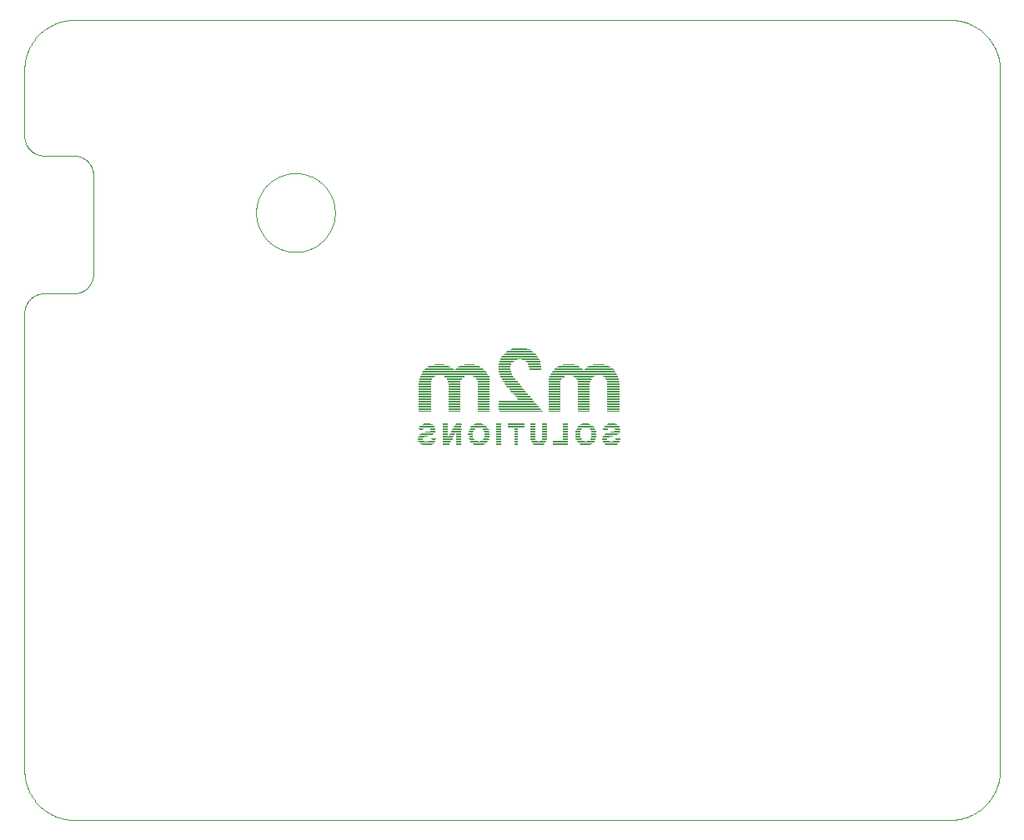
<source format=gbo>
G75*
%MOIN*%
%OFA0B0*%
%FSLAX25Y25*%
%IPPOS*%
%LPD*%
%AMOC8*
5,1,8,0,0,1.08239X$1,22.5*
%
%ADD10C,0.00000*%
%ADD11R,0.02660X0.00334*%
%ADD12R,0.02340X0.00334*%
%ADD13R,0.02000X0.00334*%
%ADD14R,0.02330X0.00334*%
%ADD15R,0.01660X0.00334*%
%ADD16R,0.06000X0.00334*%
%ADD17R,0.02670X0.00334*%
%ADD18R,0.04330X0.00333*%
%ADD19R,0.02340X0.00333*%
%ADD20R,0.02000X0.00333*%
%ADD21R,0.04000X0.00333*%
%ADD22R,0.01660X0.00333*%
%ADD23R,0.06000X0.00333*%
%ADD24R,0.04340X0.00333*%
%ADD25R,0.05340X0.00333*%
%ADD26R,0.02670X0.00333*%
%ADD27R,0.05000X0.00333*%
%ADD28R,0.04670X0.00333*%
%ADD29R,0.05330X0.00333*%
%ADD30R,0.05330X0.00334*%
%ADD31R,0.05660X0.00334*%
%ADD32R,0.06330X0.00333*%
%ADD33R,0.03000X0.00333*%
%ADD34R,0.06670X0.00333*%
%ADD35R,0.05660X0.00333*%
%ADD36R,0.06340X0.00333*%
%ADD37R,0.02660X0.00333*%
%ADD38R,0.03340X0.00333*%
%ADD39R,0.03340X0.00334*%
%ADD40R,0.03670X0.00333*%
%ADD41R,0.02330X0.00333*%
%ADD42R,0.01670X0.00333*%
%ADD43R,0.04000X0.00334*%
%ADD44R,0.01670X0.00334*%
%ADD45R,0.03660X0.00333*%
%ADD46R,0.05000X0.00334*%
%ADD47R,0.04660X0.00334*%
%ADD48R,0.04670X0.00334*%
%ADD49R,0.03670X0.00334*%
%ADD50R,0.03000X0.00334*%
%ADD51R,0.06340X0.00334*%
%ADD52R,0.05670X0.00333*%
%ADD53R,0.05340X0.00334*%
%ADD54R,0.04660X0.00333*%
%ADD55R,0.17660X0.00333*%
%ADD56R,0.17330X0.00334*%
%ADD57R,0.17000X0.00333*%
%ADD58R,0.16660X0.00333*%
%ADD59R,0.16330X0.00334*%
%ADD60R,0.16000X0.00333*%
%ADD61R,0.15660X0.00334*%
%ADD62R,0.15330X0.00333*%
%ADD63R,0.15000X0.00333*%
%ADD64R,0.14660X0.00334*%
%ADD65R,0.14330X0.00333*%
%ADD66R,0.14000X0.00333*%
%ADD67R,0.13660X0.00334*%
%ADD68R,0.05670X0.00334*%
%ADD69R,0.06330X0.00334*%
%ADD70R,0.06670X0.00334*%
%ADD71R,0.07670X0.00333*%
%ADD72R,0.07330X0.00333*%
%ADD73R,0.08330X0.00333*%
%ADD74R,0.08670X0.00333*%
%ADD75R,0.27000X0.00334*%
%ADD76R,0.26660X0.00333*%
%ADD77R,0.26670X0.00333*%
%ADD78R,0.26330X0.00333*%
%ADD79R,0.26000X0.00333*%
%ADD80R,0.26000X0.00334*%
%ADD81R,0.25670X0.00333*%
%ADD82R,0.25330X0.00333*%
%ADD83R,0.25000X0.00333*%
%ADD84R,0.24670X0.00333*%
%ADD85R,0.24330X0.00334*%
%ADD86R,0.24670X0.00334*%
%ADD87R,0.11670X0.00333*%
%ADD88R,0.11340X0.00333*%
%ADD89R,0.11660X0.00333*%
%ADD90R,0.11000X0.00333*%
%ADD91R,0.10660X0.00333*%
%ADD92R,0.10000X0.00334*%
%ADD93R,0.09000X0.00333*%
%ADD94R,0.09330X0.00333*%
%ADD95R,0.08000X0.00333*%
%ADD96R,0.07000X0.00333*%
%ADD97R,0.15340X0.00333*%
%ADD98R,0.15000X0.00334*%
%ADD99R,0.14660X0.00333*%
%ADD100R,0.13340X0.00334*%
%ADD101R,0.13000X0.00333*%
%ADD102R,0.12330X0.00333*%
%ADD103R,0.11670X0.00334*%
%ADD104R,0.10000X0.00333*%
%ADD105R,0.09000X0.00334*%
D10*
X0063342Y0020985D02*
X0063342Y0204056D01*
X0063344Y0204246D01*
X0063351Y0204436D01*
X0063363Y0204626D01*
X0063379Y0204816D01*
X0063399Y0205005D01*
X0063425Y0205194D01*
X0063454Y0205382D01*
X0063489Y0205569D01*
X0063528Y0205755D01*
X0063571Y0205940D01*
X0063619Y0206125D01*
X0063671Y0206308D01*
X0063727Y0206489D01*
X0063788Y0206669D01*
X0063854Y0206848D01*
X0063923Y0207025D01*
X0063997Y0207201D01*
X0064075Y0207374D01*
X0064158Y0207546D01*
X0064244Y0207715D01*
X0064334Y0207883D01*
X0064429Y0208048D01*
X0064527Y0208211D01*
X0064630Y0208371D01*
X0064736Y0208529D01*
X0064846Y0208684D01*
X0064959Y0208837D01*
X0065077Y0208987D01*
X0065198Y0209133D01*
X0065322Y0209277D01*
X0065450Y0209418D01*
X0065581Y0209556D01*
X0065716Y0209691D01*
X0065854Y0209822D01*
X0065995Y0209950D01*
X0066139Y0210074D01*
X0066285Y0210195D01*
X0066435Y0210313D01*
X0066588Y0210426D01*
X0066743Y0210536D01*
X0066901Y0210642D01*
X0067061Y0210745D01*
X0067224Y0210843D01*
X0067389Y0210938D01*
X0067557Y0211028D01*
X0067726Y0211114D01*
X0067898Y0211197D01*
X0068071Y0211275D01*
X0068247Y0211349D01*
X0068424Y0211418D01*
X0068603Y0211484D01*
X0068783Y0211545D01*
X0068964Y0211601D01*
X0069147Y0211653D01*
X0069332Y0211701D01*
X0069517Y0211744D01*
X0069703Y0211783D01*
X0069890Y0211818D01*
X0070078Y0211847D01*
X0070267Y0211873D01*
X0070456Y0211893D01*
X0070646Y0211909D01*
X0070836Y0211921D01*
X0071026Y0211928D01*
X0071216Y0211930D01*
X0083027Y0211930D01*
X0083217Y0211932D01*
X0083407Y0211939D01*
X0083597Y0211951D01*
X0083787Y0211967D01*
X0083976Y0211987D01*
X0084165Y0212013D01*
X0084353Y0212042D01*
X0084540Y0212077D01*
X0084726Y0212116D01*
X0084911Y0212159D01*
X0085096Y0212207D01*
X0085279Y0212259D01*
X0085460Y0212315D01*
X0085640Y0212376D01*
X0085819Y0212442D01*
X0085996Y0212511D01*
X0086172Y0212585D01*
X0086345Y0212663D01*
X0086517Y0212746D01*
X0086686Y0212832D01*
X0086854Y0212922D01*
X0087019Y0213017D01*
X0087182Y0213115D01*
X0087342Y0213218D01*
X0087500Y0213324D01*
X0087655Y0213434D01*
X0087808Y0213547D01*
X0087958Y0213665D01*
X0088104Y0213786D01*
X0088248Y0213910D01*
X0088389Y0214038D01*
X0088527Y0214169D01*
X0088662Y0214304D01*
X0088793Y0214442D01*
X0088921Y0214583D01*
X0089045Y0214727D01*
X0089166Y0214873D01*
X0089284Y0215023D01*
X0089397Y0215176D01*
X0089507Y0215331D01*
X0089613Y0215489D01*
X0089716Y0215649D01*
X0089814Y0215812D01*
X0089909Y0215977D01*
X0089999Y0216145D01*
X0090085Y0216314D01*
X0090168Y0216486D01*
X0090246Y0216659D01*
X0090320Y0216835D01*
X0090389Y0217012D01*
X0090455Y0217191D01*
X0090516Y0217371D01*
X0090572Y0217552D01*
X0090624Y0217735D01*
X0090672Y0217920D01*
X0090715Y0218105D01*
X0090754Y0218291D01*
X0090789Y0218478D01*
X0090818Y0218666D01*
X0090844Y0218855D01*
X0090864Y0219044D01*
X0090880Y0219234D01*
X0090892Y0219424D01*
X0090899Y0219614D01*
X0090901Y0219804D01*
X0090901Y0259174D01*
X0090899Y0259364D01*
X0090892Y0259554D01*
X0090880Y0259744D01*
X0090864Y0259934D01*
X0090844Y0260123D01*
X0090818Y0260312D01*
X0090789Y0260500D01*
X0090754Y0260687D01*
X0090715Y0260873D01*
X0090672Y0261058D01*
X0090624Y0261243D01*
X0090572Y0261426D01*
X0090516Y0261607D01*
X0090455Y0261787D01*
X0090389Y0261966D01*
X0090320Y0262143D01*
X0090246Y0262319D01*
X0090168Y0262492D01*
X0090085Y0262664D01*
X0089999Y0262833D01*
X0089909Y0263001D01*
X0089814Y0263166D01*
X0089716Y0263329D01*
X0089613Y0263489D01*
X0089507Y0263647D01*
X0089397Y0263802D01*
X0089284Y0263955D01*
X0089166Y0264105D01*
X0089045Y0264251D01*
X0088921Y0264395D01*
X0088793Y0264536D01*
X0088662Y0264674D01*
X0088527Y0264809D01*
X0088389Y0264940D01*
X0088248Y0265068D01*
X0088104Y0265192D01*
X0087958Y0265313D01*
X0087808Y0265431D01*
X0087655Y0265544D01*
X0087500Y0265654D01*
X0087342Y0265760D01*
X0087182Y0265863D01*
X0087019Y0265961D01*
X0086854Y0266056D01*
X0086686Y0266146D01*
X0086517Y0266232D01*
X0086345Y0266315D01*
X0086172Y0266393D01*
X0085996Y0266467D01*
X0085819Y0266536D01*
X0085640Y0266602D01*
X0085460Y0266663D01*
X0085279Y0266719D01*
X0085096Y0266771D01*
X0084911Y0266819D01*
X0084726Y0266862D01*
X0084540Y0266901D01*
X0084353Y0266936D01*
X0084165Y0266965D01*
X0083976Y0266991D01*
X0083787Y0267011D01*
X0083597Y0267027D01*
X0083407Y0267039D01*
X0083217Y0267046D01*
X0083027Y0267048D01*
X0071216Y0267048D01*
X0071026Y0267050D01*
X0070836Y0267057D01*
X0070646Y0267069D01*
X0070456Y0267085D01*
X0070267Y0267105D01*
X0070078Y0267131D01*
X0069890Y0267160D01*
X0069703Y0267195D01*
X0069517Y0267234D01*
X0069332Y0267277D01*
X0069147Y0267325D01*
X0068964Y0267377D01*
X0068783Y0267433D01*
X0068603Y0267494D01*
X0068424Y0267560D01*
X0068247Y0267629D01*
X0068071Y0267703D01*
X0067898Y0267781D01*
X0067726Y0267864D01*
X0067557Y0267950D01*
X0067389Y0268040D01*
X0067224Y0268135D01*
X0067061Y0268233D01*
X0066901Y0268336D01*
X0066743Y0268442D01*
X0066588Y0268552D01*
X0066435Y0268665D01*
X0066285Y0268783D01*
X0066139Y0268904D01*
X0065995Y0269028D01*
X0065854Y0269156D01*
X0065716Y0269287D01*
X0065581Y0269422D01*
X0065450Y0269560D01*
X0065322Y0269701D01*
X0065198Y0269845D01*
X0065077Y0269991D01*
X0064959Y0270141D01*
X0064846Y0270294D01*
X0064736Y0270449D01*
X0064630Y0270607D01*
X0064527Y0270767D01*
X0064429Y0270930D01*
X0064334Y0271095D01*
X0064244Y0271263D01*
X0064158Y0271432D01*
X0064075Y0271604D01*
X0063997Y0271777D01*
X0063923Y0271953D01*
X0063854Y0272130D01*
X0063788Y0272309D01*
X0063727Y0272489D01*
X0063671Y0272670D01*
X0063619Y0272853D01*
X0063571Y0273038D01*
X0063528Y0273223D01*
X0063489Y0273409D01*
X0063454Y0273596D01*
X0063425Y0273784D01*
X0063399Y0273973D01*
X0063379Y0274162D01*
X0063363Y0274352D01*
X0063351Y0274542D01*
X0063344Y0274732D01*
X0063342Y0274922D01*
X0063342Y0301300D01*
X0063348Y0301783D01*
X0063365Y0302266D01*
X0063395Y0302749D01*
X0063435Y0303230D01*
X0063488Y0303711D01*
X0063552Y0304190D01*
X0063627Y0304667D01*
X0063715Y0305143D01*
X0063813Y0305616D01*
X0063923Y0306086D01*
X0064044Y0306554D01*
X0064177Y0307019D01*
X0064321Y0307480D01*
X0064476Y0307938D01*
X0064642Y0308392D01*
X0064819Y0308842D01*
X0065006Y0309287D01*
X0065205Y0309728D01*
X0065413Y0310164D01*
X0065633Y0310594D01*
X0065863Y0311020D01*
X0066103Y0311439D01*
X0066353Y0311853D01*
X0066613Y0312260D01*
X0066882Y0312661D01*
X0067162Y0313056D01*
X0067450Y0313443D01*
X0067749Y0313824D01*
X0068056Y0314197D01*
X0068372Y0314562D01*
X0068697Y0314920D01*
X0069030Y0315270D01*
X0069372Y0315612D01*
X0069722Y0315945D01*
X0070080Y0316270D01*
X0070445Y0316586D01*
X0070818Y0316893D01*
X0071199Y0317192D01*
X0071586Y0317480D01*
X0071981Y0317760D01*
X0072382Y0318029D01*
X0072789Y0318289D01*
X0073203Y0318539D01*
X0073622Y0318779D01*
X0074048Y0319009D01*
X0074478Y0319229D01*
X0074914Y0319437D01*
X0075355Y0319636D01*
X0075800Y0319823D01*
X0076250Y0320000D01*
X0076704Y0320166D01*
X0077162Y0320321D01*
X0077623Y0320465D01*
X0078088Y0320598D01*
X0078556Y0320719D01*
X0079026Y0320829D01*
X0079499Y0320927D01*
X0079975Y0321015D01*
X0080452Y0321090D01*
X0080931Y0321154D01*
X0081412Y0321207D01*
X0081893Y0321247D01*
X0082376Y0321277D01*
X0082859Y0321294D01*
X0083342Y0321300D01*
X0433342Y0321300D01*
X0433825Y0321294D01*
X0434308Y0321277D01*
X0434791Y0321247D01*
X0435272Y0321207D01*
X0435753Y0321154D01*
X0436232Y0321090D01*
X0436709Y0321015D01*
X0437185Y0320927D01*
X0437658Y0320829D01*
X0438128Y0320719D01*
X0438596Y0320598D01*
X0439061Y0320465D01*
X0439522Y0320321D01*
X0439980Y0320166D01*
X0440434Y0320000D01*
X0440884Y0319823D01*
X0441329Y0319636D01*
X0441770Y0319437D01*
X0442206Y0319229D01*
X0442636Y0319009D01*
X0443062Y0318779D01*
X0443481Y0318539D01*
X0443895Y0318289D01*
X0444302Y0318029D01*
X0444703Y0317760D01*
X0445098Y0317480D01*
X0445485Y0317192D01*
X0445866Y0316893D01*
X0446239Y0316586D01*
X0446604Y0316270D01*
X0446962Y0315945D01*
X0447312Y0315612D01*
X0447654Y0315270D01*
X0447987Y0314920D01*
X0448312Y0314562D01*
X0448628Y0314197D01*
X0448935Y0313824D01*
X0449234Y0313443D01*
X0449522Y0313056D01*
X0449802Y0312661D01*
X0450071Y0312260D01*
X0450331Y0311853D01*
X0450581Y0311439D01*
X0450821Y0311020D01*
X0451051Y0310594D01*
X0451271Y0310164D01*
X0451479Y0309728D01*
X0451678Y0309287D01*
X0451865Y0308842D01*
X0452042Y0308392D01*
X0452208Y0307938D01*
X0452363Y0307480D01*
X0452507Y0307019D01*
X0452640Y0306554D01*
X0452761Y0306086D01*
X0452871Y0305616D01*
X0452969Y0305143D01*
X0453057Y0304667D01*
X0453132Y0304190D01*
X0453196Y0303711D01*
X0453249Y0303230D01*
X0453289Y0302749D01*
X0453319Y0302266D01*
X0453336Y0301783D01*
X0453342Y0301300D01*
X0453342Y0021300D01*
X0453336Y0020817D01*
X0453319Y0020334D01*
X0453289Y0019851D01*
X0453249Y0019370D01*
X0453196Y0018889D01*
X0453132Y0018410D01*
X0453057Y0017933D01*
X0452969Y0017457D01*
X0452871Y0016984D01*
X0452761Y0016514D01*
X0452640Y0016046D01*
X0452507Y0015581D01*
X0452363Y0015120D01*
X0452208Y0014662D01*
X0452042Y0014208D01*
X0451865Y0013758D01*
X0451678Y0013313D01*
X0451479Y0012872D01*
X0451271Y0012436D01*
X0451051Y0012006D01*
X0450821Y0011580D01*
X0450581Y0011161D01*
X0450331Y0010747D01*
X0450071Y0010340D01*
X0449802Y0009939D01*
X0449522Y0009544D01*
X0449234Y0009157D01*
X0448935Y0008776D01*
X0448628Y0008403D01*
X0448312Y0008038D01*
X0447987Y0007680D01*
X0447654Y0007330D01*
X0447312Y0006988D01*
X0446962Y0006655D01*
X0446604Y0006330D01*
X0446239Y0006014D01*
X0445866Y0005707D01*
X0445485Y0005408D01*
X0445098Y0005120D01*
X0444703Y0004840D01*
X0444302Y0004571D01*
X0443895Y0004311D01*
X0443481Y0004061D01*
X0443062Y0003821D01*
X0442636Y0003591D01*
X0442206Y0003371D01*
X0441770Y0003163D01*
X0441329Y0002964D01*
X0440884Y0002777D01*
X0440434Y0002600D01*
X0439980Y0002434D01*
X0439522Y0002279D01*
X0439061Y0002135D01*
X0438596Y0002002D01*
X0438128Y0001881D01*
X0437658Y0001771D01*
X0437185Y0001673D01*
X0436709Y0001585D01*
X0436232Y0001510D01*
X0435753Y0001446D01*
X0435272Y0001393D01*
X0434791Y0001353D01*
X0434308Y0001323D01*
X0433825Y0001306D01*
X0433342Y0001300D01*
X0083342Y0001300D01*
X0082859Y0001306D01*
X0082376Y0001323D01*
X0081893Y0001353D01*
X0081412Y0001393D01*
X0080931Y0001446D01*
X0080452Y0001510D01*
X0079975Y0001585D01*
X0079499Y0001673D01*
X0079026Y0001771D01*
X0078556Y0001881D01*
X0078088Y0002002D01*
X0077623Y0002135D01*
X0077162Y0002279D01*
X0076704Y0002434D01*
X0076250Y0002600D01*
X0075800Y0002777D01*
X0075355Y0002964D01*
X0074914Y0003163D01*
X0074478Y0003371D01*
X0074048Y0003591D01*
X0073622Y0003821D01*
X0073203Y0004061D01*
X0072789Y0004311D01*
X0072382Y0004571D01*
X0071981Y0004840D01*
X0071586Y0005120D01*
X0071199Y0005408D01*
X0070818Y0005707D01*
X0070445Y0006014D01*
X0070080Y0006330D01*
X0069722Y0006655D01*
X0069372Y0006988D01*
X0069030Y0007330D01*
X0068697Y0007680D01*
X0068372Y0008038D01*
X0068056Y0008403D01*
X0067749Y0008776D01*
X0067450Y0009157D01*
X0067162Y0009544D01*
X0066882Y0009939D01*
X0066613Y0010340D01*
X0066353Y0010747D01*
X0066103Y0011161D01*
X0065863Y0011580D01*
X0065633Y0012006D01*
X0065413Y0012436D01*
X0065205Y0012872D01*
X0065006Y0013313D01*
X0064819Y0013758D01*
X0064642Y0014208D01*
X0064476Y0014662D01*
X0064321Y0015120D01*
X0064177Y0015581D01*
X0064044Y0016046D01*
X0063923Y0016514D01*
X0063813Y0016984D01*
X0063715Y0017457D01*
X0063627Y0017933D01*
X0063552Y0018410D01*
X0063488Y0018889D01*
X0063435Y0019370D01*
X0063395Y0019851D01*
X0063365Y0020334D01*
X0063348Y0020817D01*
X0063342Y0021300D01*
X0155980Y0244233D02*
X0155985Y0244619D01*
X0155999Y0245006D01*
X0156023Y0245391D01*
X0156056Y0245777D01*
X0156098Y0246161D01*
X0156150Y0246544D01*
X0156212Y0246925D01*
X0156283Y0247305D01*
X0156363Y0247683D01*
X0156452Y0248059D01*
X0156550Y0248433D01*
X0156658Y0248804D01*
X0156775Y0249173D01*
X0156901Y0249538D01*
X0157035Y0249901D01*
X0157179Y0250259D01*
X0157331Y0250615D01*
X0157492Y0250966D01*
X0157662Y0251313D01*
X0157840Y0251657D01*
X0158026Y0251995D01*
X0158220Y0252329D01*
X0158423Y0252658D01*
X0158634Y0252982D01*
X0158853Y0253301D01*
X0159079Y0253614D01*
X0159313Y0253922D01*
X0159555Y0254223D01*
X0159803Y0254519D01*
X0160060Y0254809D01*
X0160323Y0255092D01*
X0160592Y0255369D01*
X0160869Y0255638D01*
X0161152Y0255901D01*
X0161442Y0256158D01*
X0161738Y0256406D01*
X0162039Y0256648D01*
X0162347Y0256882D01*
X0162660Y0257108D01*
X0162979Y0257327D01*
X0163303Y0257538D01*
X0163632Y0257741D01*
X0163966Y0257935D01*
X0164304Y0258121D01*
X0164648Y0258299D01*
X0164995Y0258469D01*
X0165346Y0258630D01*
X0165702Y0258782D01*
X0166060Y0258926D01*
X0166423Y0259060D01*
X0166788Y0259186D01*
X0167157Y0259303D01*
X0167528Y0259411D01*
X0167902Y0259509D01*
X0168278Y0259598D01*
X0168656Y0259678D01*
X0169036Y0259749D01*
X0169417Y0259811D01*
X0169800Y0259863D01*
X0170184Y0259905D01*
X0170570Y0259938D01*
X0170955Y0259962D01*
X0171342Y0259976D01*
X0171728Y0259981D01*
X0172114Y0259976D01*
X0172501Y0259962D01*
X0172886Y0259938D01*
X0173272Y0259905D01*
X0173656Y0259863D01*
X0174039Y0259811D01*
X0174420Y0259749D01*
X0174800Y0259678D01*
X0175178Y0259598D01*
X0175554Y0259509D01*
X0175928Y0259411D01*
X0176299Y0259303D01*
X0176668Y0259186D01*
X0177033Y0259060D01*
X0177396Y0258926D01*
X0177754Y0258782D01*
X0178110Y0258630D01*
X0178461Y0258469D01*
X0178808Y0258299D01*
X0179152Y0258121D01*
X0179490Y0257935D01*
X0179824Y0257741D01*
X0180153Y0257538D01*
X0180477Y0257327D01*
X0180796Y0257108D01*
X0181109Y0256882D01*
X0181417Y0256648D01*
X0181718Y0256406D01*
X0182014Y0256158D01*
X0182304Y0255901D01*
X0182587Y0255638D01*
X0182864Y0255369D01*
X0183133Y0255092D01*
X0183396Y0254809D01*
X0183653Y0254519D01*
X0183901Y0254223D01*
X0184143Y0253922D01*
X0184377Y0253614D01*
X0184603Y0253301D01*
X0184822Y0252982D01*
X0185033Y0252658D01*
X0185236Y0252329D01*
X0185430Y0251995D01*
X0185616Y0251657D01*
X0185794Y0251313D01*
X0185964Y0250966D01*
X0186125Y0250615D01*
X0186277Y0250259D01*
X0186421Y0249901D01*
X0186555Y0249538D01*
X0186681Y0249173D01*
X0186798Y0248804D01*
X0186906Y0248433D01*
X0187004Y0248059D01*
X0187093Y0247683D01*
X0187173Y0247305D01*
X0187244Y0246925D01*
X0187306Y0246544D01*
X0187358Y0246161D01*
X0187400Y0245777D01*
X0187433Y0245391D01*
X0187457Y0245006D01*
X0187471Y0244619D01*
X0187476Y0244233D01*
X0187471Y0243847D01*
X0187457Y0243460D01*
X0187433Y0243075D01*
X0187400Y0242689D01*
X0187358Y0242305D01*
X0187306Y0241922D01*
X0187244Y0241541D01*
X0187173Y0241161D01*
X0187093Y0240783D01*
X0187004Y0240407D01*
X0186906Y0240033D01*
X0186798Y0239662D01*
X0186681Y0239293D01*
X0186555Y0238928D01*
X0186421Y0238565D01*
X0186277Y0238207D01*
X0186125Y0237851D01*
X0185964Y0237500D01*
X0185794Y0237153D01*
X0185616Y0236809D01*
X0185430Y0236471D01*
X0185236Y0236137D01*
X0185033Y0235808D01*
X0184822Y0235484D01*
X0184603Y0235165D01*
X0184377Y0234852D01*
X0184143Y0234544D01*
X0183901Y0234243D01*
X0183653Y0233947D01*
X0183396Y0233657D01*
X0183133Y0233374D01*
X0182864Y0233097D01*
X0182587Y0232828D01*
X0182304Y0232565D01*
X0182014Y0232308D01*
X0181718Y0232060D01*
X0181417Y0231818D01*
X0181109Y0231584D01*
X0180796Y0231358D01*
X0180477Y0231139D01*
X0180153Y0230928D01*
X0179824Y0230725D01*
X0179490Y0230531D01*
X0179152Y0230345D01*
X0178808Y0230167D01*
X0178461Y0229997D01*
X0178110Y0229836D01*
X0177754Y0229684D01*
X0177396Y0229540D01*
X0177033Y0229406D01*
X0176668Y0229280D01*
X0176299Y0229163D01*
X0175928Y0229055D01*
X0175554Y0228957D01*
X0175178Y0228868D01*
X0174800Y0228788D01*
X0174420Y0228717D01*
X0174039Y0228655D01*
X0173656Y0228603D01*
X0173272Y0228561D01*
X0172886Y0228528D01*
X0172501Y0228504D01*
X0172114Y0228490D01*
X0171728Y0228485D01*
X0171342Y0228490D01*
X0170955Y0228504D01*
X0170570Y0228528D01*
X0170184Y0228561D01*
X0169800Y0228603D01*
X0169417Y0228655D01*
X0169036Y0228717D01*
X0168656Y0228788D01*
X0168278Y0228868D01*
X0167902Y0228957D01*
X0167528Y0229055D01*
X0167157Y0229163D01*
X0166788Y0229280D01*
X0166423Y0229406D01*
X0166060Y0229540D01*
X0165702Y0229684D01*
X0165346Y0229836D01*
X0164995Y0229997D01*
X0164648Y0230167D01*
X0164304Y0230345D01*
X0163966Y0230531D01*
X0163632Y0230725D01*
X0163303Y0230928D01*
X0162979Y0231139D01*
X0162660Y0231358D01*
X0162347Y0231584D01*
X0162039Y0231818D01*
X0161738Y0232060D01*
X0161442Y0232308D01*
X0161152Y0232565D01*
X0160869Y0232828D01*
X0160592Y0233097D01*
X0160323Y0233374D01*
X0160060Y0233657D01*
X0159803Y0233947D01*
X0159555Y0234243D01*
X0159313Y0234544D01*
X0159079Y0234852D01*
X0158853Y0235165D01*
X0158634Y0235484D01*
X0158423Y0235808D01*
X0158220Y0236137D01*
X0158026Y0236471D01*
X0157840Y0236809D01*
X0157662Y0237153D01*
X0157492Y0237500D01*
X0157331Y0237851D01*
X0157179Y0238207D01*
X0157035Y0238565D01*
X0156901Y0238928D01*
X0156775Y0239293D01*
X0156658Y0239662D01*
X0156550Y0240033D01*
X0156452Y0240407D01*
X0156363Y0240783D01*
X0156283Y0241161D01*
X0156212Y0241541D01*
X0156150Y0241922D01*
X0156098Y0242305D01*
X0156056Y0242689D01*
X0156023Y0243075D01*
X0155999Y0243460D01*
X0155985Y0243847D01*
X0155980Y0244233D01*
D11*
X0224322Y0150906D03*
X0285322Y0152906D03*
D12*
X0287822Y0150906D03*
X0290822Y0153906D03*
X0284822Y0156906D03*
X0268822Y0150906D03*
X0266822Y0152906D03*
X0231822Y0150906D03*
D13*
X0231652Y0154906D03*
X0231652Y0155906D03*
X0231652Y0156906D03*
X0231652Y0157906D03*
X0231652Y0158906D03*
X0234652Y0155906D03*
X0234322Y0154906D03*
X0236992Y0154906D03*
X0236992Y0153906D03*
X0236992Y0152906D03*
X0236992Y0151906D03*
X0236992Y0150906D03*
X0236992Y0155906D03*
X0241652Y0155906D03*
X0241652Y0154906D03*
X0241992Y0153906D03*
X0241992Y0156906D03*
X0247992Y0156906D03*
X0248322Y0155906D03*
X0248322Y0154906D03*
X0247992Y0153906D03*
X0252992Y0153906D03*
X0252992Y0152906D03*
X0252992Y0151906D03*
X0252992Y0150906D03*
X0252992Y0154906D03*
X0252992Y0155906D03*
X0252992Y0156906D03*
X0252992Y0157906D03*
X0252992Y0158906D03*
X0271322Y0158906D03*
X0271322Y0157906D03*
X0271322Y0156906D03*
X0271322Y0155906D03*
X0271322Y0154906D03*
X0271322Y0153906D03*
X0270992Y0152906D03*
X0279652Y0152906D03*
X0279652Y0153906D03*
X0279652Y0154906D03*
X0279652Y0155906D03*
X0279652Y0156906D03*
X0279652Y0157906D03*
X0279652Y0158906D03*
X0284652Y0153906D03*
X0290992Y0154906D03*
X0290992Y0155906D03*
X0290652Y0156906D03*
X0295652Y0156906D03*
X0295652Y0152906D03*
X0300652Y0153906D03*
X0226992Y0153906D03*
X0226652Y0152906D03*
X0226652Y0156906D03*
X0221652Y0153906D03*
X0221652Y0152906D03*
D14*
X0222157Y0157906D03*
X0226487Y0157906D03*
X0242487Y0152906D03*
X0245157Y0150906D03*
X0247487Y0152906D03*
X0290157Y0152906D03*
X0295487Y0153906D03*
X0296157Y0157906D03*
X0300157Y0157906D03*
X0300487Y0152906D03*
D15*
X0259822Y0152906D03*
X0259822Y0151906D03*
X0259822Y0150906D03*
X0259822Y0153906D03*
X0259822Y0154906D03*
X0259822Y0155906D03*
X0259822Y0156906D03*
X0221822Y0156906D03*
D16*
X0224322Y0151906D03*
X0244992Y0151906D03*
X0261322Y0171906D03*
X0259652Y0173906D03*
X0258652Y0174906D03*
X0257992Y0175906D03*
X0256322Y0184906D03*
X0266322Y0184906D03*
X0277652Y0151906D03*
X0277652Y0150906D03*
X0297992Y0151906D03*
D17*
X0297987Y0150906D03*
X0285657Y0157906D03*
X0242987Y0157906D03*
X0236657Y0158906D03*
X0231987Y0151906D03*
D18*
X0224157Y0151240D03*
X0224487Y0159240D03*
X0229157Y0183240D03*
X0241157Y0183240D03*
X0298157Y0159240D03*
D19*
X0295822Y0154240D03*
X0284822Y0153573D03*
X0247822Y0153240D03*
X0247822Y0157240D03*
X0236822Y0159240D03*
X0231822Y0151240D03*
D20*
X0231652Y0154573D03*
X0231652Y0155240D03*
X0231652Y0155573D03*
X0231652Y0156240D03*
X0231652Y0156573D03*
X0231652Y0157240D03*
X0231652Y0157573D03*
X0231652Y0158240D03*
X0231652Y0158573D03*
X0231652Y0159240D03*
X0231652Y0159573D03*
X0234652Y0155573D03*
X0234322Y0155240D03*
X0233992Y0154573D03*
X0236992Y0154573D03*
X0236992Y0154240D03*
X0236992Y0153573D03*
X0236992Y0153240D03*
X0236992Y0152573D03*
X0236992Y0152240D03*
X0236992Y0151573D03*
X0236992Y0151240D03*
X0236992Y0155240D03*
X0236992Y0155573D03*
X0236992Y0159573D03*
X0242322Y0157240D03*
X0241992Y0156573D03*
X0241652Y0155573D03*
X0241652Y0155240D03*
X0241992Y0153573D03*
X0242322Y0153240D03*
X0247992Y0153573D03*
X0248322Y0154240D03*
X0248322Y0154573D03*
X0248322Y0155240D03*
X0248322Y0155573D03*
X0248322Y0156240D03*
X0247992Y0156573D03*
X0252992Y0156573D03*
X0252992Y0156240D03*
X0252992Y0155573D03*
X0252992Y0155240D03*
X0252992Y0154573D03*
X0252992Y0154240D03*
X0252992Y0153573D03*
X0252992Y0153240D03*
X0252992Y0152573D03*
X0252992Y0152240D03*
X0252992Y0151573D03*
X0252992Y0151240D03*
X0252992Y0157240D03*
X0252992Y0157573D03*
X0252992Y0158240D03*
X0252992Y0158573D03*
X0252992Y0159240D03*
X0252992Y0159573D03*
X0266652Y0153240D03*
X0271322Y0153240D03*
X0271322Y0153573D03*
X0271322Y0154240D03*
X0271322Y0154573D03*
X0271322Y0155240D03*
X0271322Y0155573D03*
X0271322Y0156240D03*
X0271322Y0156573D03*
X0271322Y0157240D03*
X0271322Y0157573D03*
X0271322Y0158240D03*
X0271322Y0158573D03*
X0271322Y0159240D03*
X0271322Y0159573D03*
X0279652Y0159573D03*
X0279652Y0159240D03*
X0279652Y0158573D03*
X0279652Y0158240D03*
X0279652Y0157573D03*
X0279652Y0157240D03*
X0279652Y0156573D03*
X0279652Y0156240D03*
X0279652Y0155573D03*
X0279652Y0155240D03*
X0279652Y0154573D03*
X0279652Y0154240D03*
X0279652Y0153573D03*
X0279652Y0153240D03*
X0284652Y0154240D03*
X0284992Y0153240D03*
X0284652Y0156240D03*
X0284652Y0156573D03*
X0284992Y0157240D03*
X0290992Y0156573D03*
X0290992Y0156240D03*
X0290992Y0155573D03*
X0290992Y0155240D03*
X0290992Y0154573D03*
X0290992Y0154240D03*
X0290652Y0153573D03*
X0295322Y0153573D03*
X0295322Y0153240D03*
X0295652Y0157240D03*
X0295652Y0157573D03*
X0300322Y0157573D03*
X0300652Y0153573D03*
X0300652Y0153240D03*
X0226992Y0153573D03*
X0226652Y0157240D03*
X0226652Y0157573D03*
X0221992Y0157573D03*
X0221652Y0153573D03*
X0221652Y0153240D03*
D21*
X0232652Y0154240D03*
X0235992Y0156240D03*
X0235992Y0156573D03*
X0244992Y0159240D03*
X0244992Y0151240D03*
X0268992Y0151240D03*
X0287652Y0151240D03*
X0287652Y0159240D03*
X0296652Y0154573D03*
D22*
X0259822Y0154573D03*
X0259822Y0154240D03*
X0259822Y0153573D03*
X0259822Y0153240D03*
X0259822Y0152573D03*
X0259822Y0152240D03*
X0259822Y0151573D03*
X0259822Y0151240D03*
X0259822Y0155240D03*
X0259822Y0155573D03*
X0259822Y0156240D03*
X0259822Y0156573D03*
X0259822Y0157240D03*
X0259822Y0157573D03*
X0241822Y0156240D03*
X0241822Y0154573D03*
X0241822Y0154240D03*
X0226822Y0153240D03*
X0221822Y0157240D03*
D23*
X0224322Y0158240D03*
X0224322Y0158573D03*
X0244992Y0158573D03*
X0260652Y0172573D03*
X0260992Y0172240D03*
X0261652Y0171573D03*
X0263322Y0169573D03*
X0263652Y0169240D03*
X0259322Y0174240D03*
X0258992Y0174573D03*
X0261322Y0189573D03*
X0276322Y0178573D03*
X0286992Y0177573D03*
X0287652Y0158573D03*
X0277652Y0152573D03*
X0277652Y0152240D03*
X0277652Y0151573D03*
X0277652Y0151240D03*
X0235322Y0177573D03*
X0224652Y0178573D03*
D24*
X0297822Y0151240D03*
D25*
X0298322Y0155573D03*
X0298322Y0177573D03*
X0256322Y0178240D03*
X0224322Y0178240D03*
X0224322Y0151573D03*
D26*
X0221987Y0152573D03*
X0221987Y0154240D03*
X0231987Y0151573D03*
X0236657Y0158573D03*
X0244987Y0159573D03*
X0270657Y0152573D03*
X0287657Y0159573D03*
X0295987Y0152573D03*
X0299987Y0152573D03*
D27*
X0297822Y0155240D03*
X0298822Y0164573D03*
X0298822Y0165240D03*
X0298822Y0165573D03*
X0298822Y0166240D03*
X0298822Y0166573D03*
X0298822Y0167240D03*
X0298822Y0167573D03*
X0298822Y0168240D03*
X0298822Y0168573D03*
X0298822Y0169240D03*
X0298822Y0169573D03*
X0298822Y0170240D03*
X0298822Y0170573D03*
X0298822Y0171240D03*
X0298822Y0171573D03*
X0298822Y0172240D03*
X0298822Y0172573D03*
X0298822Y0173240D03*
X0298822Y0173573D03*
X0298822Y0174240D03*
X0298822Y0174573D03*
X0298822Y0175240D03*
X0298822Y0175573D03*
X0298822Y0176240D03*
X0298492Y0177240D03*
X0287152Y0176573D03*
X0287152Y0176240D03*
X0275492Y0177240D03*
X0267492Y0182240D03*
X0267492Y0182573D03*
X0267152Y0183240D03*
X0267152Y0183573D03*
X0255822Y0179573D03*
X0255822Y0179240D03*
X0256152Y0178573D03*
X0255492Y0180240D03*
X0255492Y0180573D03*
X0255492Y0183240D03*
X0255492Y0183573D03*
X0246822Y0177240D03*
X0235152Y0176573D03*
X0235152Y0176240D03*
X0223822Y0177240D03*
X0223822Y0177573D03*
X0223492Y0176240D03*
X0223492Y0175573D03*
X0223492Y0175240D03*
X0223492Y0174573D03*
X0223492Y0174240D03*
X0223492Y0173573D03*
X0223492Y0173240D03*
X0223492Y0172573D03*
X0223492Y0172240D03*
X0223492Y0171573D03*
X0223492Y0171240D03*
X0223492Y0170573D03*
X0223492Y0170240D03*
X0223492Y0169573D03*
X0223492Y0169240D03*
X0223492Y0168573D03*
X0223492Y0168240D03*
X0223492Y0167573D03*
X0223492Y0167240D03*
X0223492Y0166573D03*
X0223492Y0166240D03*
X0223492Y0165573D03*
X0223492Y0165240D03*
X0223492Y0164573D03*
X0224492Y0155573D03*
X0245152Y0151573D03*
X0287822Y0151573D03*
D28*
X0286987Y0164573D03*
X0286987Y0165240D03*
X0286987Y0165573D03*
X0286987Y0166240D03*
X0286987Y0166573D03*
X0286987Y0167240D03*
X0286987Y0167573D03*
X0286987Y0168240D03*
X0286987Y0168573D03*
X0286987Y0169240D03*
X0286987Y0169573D03*
X0286987Y0170240D03*
X0286987Y0170573D03*
X0286987Y0171240D03*
X0286987Y0171573D03*
X0286987Y0172240D03*
X0286987Y0172573D03*
X0286987Y0173240D03*
X0286987Y0173573D03*
X0286987Y0174240D03*
X0286987Y0174573D03*
X0286987Y0175240D03*
X0286987Y0175573D03*
X0280987Y0183240D03*
X0292987Y0183240D03*
X0298657Y0176573D03*
X0267657Y0181240D03*
X0267657Y0181573D03*
X0246987Y0176573D03*
X0246987Y0176240D03*
X0246987Y0175573D03*
X0246987Y0175240D03*
X0246987Y0174573D03*
X0246987Y0174240D03*
X0246987Y0173573D03*
X0246987Y0173240D03*
X0246987Y0172573D03*
X0246987Y0172240D03*
X0246987Y0171573D03*
X0246987Y0171240D03*
X0246987Y0170573D03*
X0246987Y0170240D03*
X0246987Y0169573D03*
X0246987Y0169240D03*
X0246987Y0168573D03*
X0246987Y0168240D03*
X0246987Y0167573D03*
X0246987Y0167240D03*
X0246987Y0166573D03*
X0246987Y0166240D03*
X0246987Y0165573D03*
X0246987Y0165240D03*
X0246987Y0164573D03*
X0268987Y0151573D03*
X0223657Y0176573D03*
D29*
X0246657Y0177573D03*
X0256987Y0177240D03*
X0255987Y0184240D03*
X0275657Y0177573D03*
X0297987Y0151573D03*
X0223987Y0155240D03*
D30*
X0244987Y0158906D03*
X0256657Y0177906D03*
X0255987Y0178906D03*
X0266987Y0183906D03*
X0275987Y0177906D03*
X0286987Y0176906D03*
X0268987Y0151906D03*
X0223987Y0177906D03*
D31*
X0287822Y0151906D03*
D32*
X0298157Y0158240D03*
X0297487Y0178573D03*
X0224157Y0152240D03*
D33*
X0232152Y0152240D03*
X0236492Y0158240D03*
X0243152Y0152573D03*
X0247152Y0152573D03*
X0285822Y0152573D03*
X0289822Y0152573D03*
X0298152Y0159573D03*
D34*
X0297987Y0152240D03*
X0256987Y0185240D03*
X0244987Y0158240D03*
X0244987Y0152240D03*
D35*
X0268822Y0152240D03*
X0262822Y0170240D03*
X0261822Y0171240D03*
X0259822Y0173573D03*
X0257822Y0176240D03*
X0256822Y0177573D03*
X0266822Y0184240D03*
X0297822Y0178240D03*
D36*
X0287822Y0158240D03*
X0287822Y0152240D03*
X0259822Y0158240D03*
X0259822Y0158573D03*
X0259822Y0159240D03*
X0259822Y0159573D03*
X0245822Y0178573D03*
D37*
X0224322Y0159573D03*
X0226322Y0152573D03*
X0267322Y0152573D03*
D38*
X0236322Y0157573D03*
X0232322Y0152573D03*
D39*
X0232322Y0152906D03*
D40*
X0232487Y0153240D03*
X0232487Y0153573D03*
X0236157Y0157240D03*
X0225487Y0156240D03*
X0299487Y0156240D03*
D41*
X0300157Y0156573D03*
X0290487Y0157240D03*
X0290157Y0157573D03*
X0285157Y0157573D03*
X0290487Y0153240D03*
X0247487Y0157573D03*
X0242487Y0157573D03*
X0226487Y0156573D03*
D42*
X0266487Y0156573D03*
X0266487Y0156240D03*
X0266487Y0155573D03*
X0266487Y0155240D03*
X0266487Y0154573D03*
X0266487Y0154240D03*
X0266487Y0153573D03*
X0266487Y0157240D03*
X0266487Y0157573D03*
X0266487Y0158240D03*
X0266487Y0158573D03*
X0266487Y0159240D03*
X0266487Y0159573D03*
X0284487Y0155573D03*
X0284487Y0155240D03*
X0284487Y0154573D03*
X0300487Y0157240D03*
D43*
X0232652Y0153906D03*
D44*
X0266487Y0153906D03*
X0266487Y0154906D03*
X0266487Y0155906D03*
X0266487Y0156906D03*
X0266487Y0157906D03*
X0266487Y0158906D03*
X0284487Y0155906D03*
X0284487Y0154906D03*
X0300487Y0156906D03*
D45*
X0222822Y0154573D03*
D46*
X0223492Y0154906D03*
X0223492Y0164906D03*
X0223492Y0165906D03*
X0223492Y0166906D03*
X0223492Y0167906D03*
X0223492Y0168906D03*
X0223492Y0169906D03*
X0223492Y0170906D03*
X0223492Y0171906D03*
X0223492Y0172906D03*
X0223492Y0173906D03*
X0223492Y0174906D03*
X0223492Y0175906D03*
X0246822Y0176906D03*
X0255492Y0182906D03*
X0255822Y0183906D03*
X0267492Y0182906D03*
X0275492Y0176906D03*
X0287822Y0158906D03*
X0298152Y0158906D03*
X0298822Y0164906D03*
X0298822Y0165906D03*
X0298822Y0166906D03*
X0298822Y0167906D03*
X0298822Y0168906D03*
X0298822Y0169906D03*
X0298822Y0170906D03*
X0298822Y0171906D03*
X0298822Y0172906D03*
X0298822Y0173906D03*
X0298822Y0174906D03*
X0298822Y0175906D03*
D47*
X0297322Y0154906D03*
X0275322Y0164906D03*
X0275322Y0165906D03*
X0275322Y0166906D03*
X0275322Y0167906D03*
X0275322Y0168906D03*
X0275322Y0169906D03*
X0275322Y0170906D03*
X0275322Y0171906D03*
X0275322Y0172906D03*
X0275322Y0173906D03*
X0275322Y0174906D03*
X0275322Y0175906D03*
X0255322Y0180906D03*
X0255322Y0181906D03*
X0235322Y0175906D03*
X0235322Y0174906D03*
X0235322Y0173906D03*
X0235322Y0172906D03*
X0235322Y0171906D03*
X0235322Y0170906D03*
X0235322Y0169906D03*
X0235322Y0168906D03*
X0235322Y0167906D03*
X0235322Y0166906D03*
X0235322Y0165906D03*
X0235322Y0164906D03*
D48*
X0246987Y0164906D03*
X0246987Y0165906D03*
X0246987Y0166906D03*
X0246987Y0167906D03*
X0246987Y0168906D03*
X0246987Y0169906D03*
X0246987Y0170906D03*
X0246987Y0171906D03*
X0246987Y0172906D03*
X0246987Y0173906D03*
X0246987Y0174906D03*
X0246987Y0175906D03*
X0255657Y0179906D03*
X0267657Y0181906D03*
X0286987Y0175906D03*
X0286987Y0174906D03*
X0286987Y0173906D03*
X0286987Y0172906D03*
X0286987Y0171906D03*
X0286987Y0170906D03*
X0286987Y0169906D03*
X0286987Y0168906D03*
X0286987Y0167906D03*
X0286987Y0166906D03*
X0286987Y0165906D03*
X0286987Y0164906D03*
X0298657Y0155906D03*
X0298657Y0176906D03*
X0223657Y0176906D03*
X0224987Y0155906D03*
D49*
X0236157Y0156906D03*
X0261487Y0189906D03*
D50*
X0247152Y0157906D03*
X0236492Y0157906D03*
X0289822Y0157906D03*
D51*
X0259822Y0157906D03*
X0259822Y0158906D03*
D52*
X0262487Y0170573D03*
X0260157Y0173240D03*
X0258487Y0175240D03*
X0258157Y0175573D03*
X0257487Y0176573D03*
X0256157Y0184573D03*
X0266487Y0184573D03*
X0276157Y0178240D03*
X0287157Y0177240D03*
X0298157Y0158573D03*
X0246157Y0178240D03*
X0235157Y0177240D03*
D53*
X0235322Y0176906D03*
X0246322Y0177906D03*
X0224322Y0158906D03*
D54*
X0235322Y0164573D03*
X0235322Y0165240D03*
X0235322Y0165573D03*
X0235322Y0166240D03*
X0235322Y0166573D03*
X0235322Y0167240D03*
X0235322Y0167573D03*
X0235322Y0168240D03*
X0235322Y0168573D03*
X0235322Y0169240D03*
X0235322Y0169573D03*
X0235322Y0170240D03*
X0235322Y0170573D03*
X0235322Y0171240D03*
X0235322Y0171573D03*
X0235322Y0172240D03*
X0235322Y0172573D03*
X0235322Y0173240D03*
X0235322Y0173573D03*
X0235322Y0174240D03*
X0235322Y0174573D03*
X0235322Y0175240D03*
X0235322Y0175573D03*
X0255322Y0181240D03*
X0255322Y0181573D03*
X0255322Y0182240D03*
X0255322Y0182573D03*
X0275322Y0176573D03*
X0275322Y0176240D03*
X0275322Y0175573D03*
X0275322Y0175240D03*
X0275322Y0174573D03*
X0275322Y0174240D03*
X0275322Y0173573D03*
X0275322Y0173240D03*
X0275322Y0172573D03*
X0275322Y0172240D03*
X0275322Y0171573D03*
X0275322Y0171240D03*
X0275322Y0170573D03*
X0275322Y0170240D03*
X0275322Y0169573D03*
X0275322Y0169240D03*
X0275322Y0168573D03*
X0275322Y0168240D03*
X0275322Y0167573D03*
X0275322Y0167240D03*
X0275322Y0166573D03*
X0275322Y0166240D03*
X0275322Y0165573D03*
X0275322Y0165240D03*
X0275322Y0164573D03*
D55*
X0261822Y0164573D03*
D56*
X0261657Y0164906D03*
D57*
X0261492Y0165240D03*
D58*
X0261322Y0165573D03*
D59*
X0261157Y0165906D03*
D60*
X0260992Y0166240D03*
X0260992Y0166573D03*
D61*
X0260822Y0166906D03*
D62*
X0260657Y0167240D03*
D63*
X0260492Y0167573D03*
D64*
X0260322Y0167906D03*
D65*
X0260157Y0168240D03*
D66*
X0259992Y0168573D03*
X0261322Y0186573D03*
D67*
X0259822Y0168906D03*
D68*
X0262157Y0170906D03*
X0263157Y0169906D03*
X0260487Y0172906D03*
X0257157Y0176906D03*
X0298157Y0177906D03*
D69*
X0241157Y0182906D03*
X0235157Y0177906D03*
X0229157Y0182906D03*
D70*
X0280987Y0182906D03*
X0286987Y0177906D03*
X0292987Y0182906D03*
D71*
X0261487Y0189240D03*
X0235157Y0178240D03*
D72*
X0286987Y0178240D03*
D73*
X0235157Y0178573D03*
D74*
X0286987Y0178573D03*
D75*
X0287152Y0178906D03*
X0235152Y0178906D03*
D76*
X0235322Y0179240D03*
D77*
X0286987Y0179240D03*
D78*
X0235157Y0179573D03*
D79*
X0286992Y0179573D03*
D80*
X0286992Y0179906D03*
X0235322Y0179906D03*
D81*
X0235157Y0180240D03*
D82*
X0286987Y0180240D03*
D83*
X0235152Y0180573D03*
D84*
X0286987Y0180573D03*
D85*
X0235157Y0180906D03*
D86*
X0286987Y0180906D03*
D87*
X0293157Y0181240D03*
X0229157Y0181240D03*
D88*
X0241322Y0181240D03*
D89*
X0280822Y0181240D03*
D90*
X0280822Y0181573D03*
X0293152Y0181573D03*
X0229152Y0181573D03*
D91*
X0241322Y0181573D03*
X0261322Y0188240D03*
D92*
X0280992Y0181906D03*
X0292992Y0181906D03*
X0241322Y0181906D03*
X0228992Y0181906D03*
D93*
X0229152Y0182240D03*
X0241152Y0182240D03*
X0280822Y0182240D03*
D94*
X0292987Y0182240D03*
D95*
X0292992Y0182573D03*
X0280992Y0182573D03*
X0241322Y0182573D03*
X0228992Y0182573D03*
D96*
X0265822Y0185240D03*
D97*
X0261322Y0185573D03*
D98*
X0261492Y0185906D03*
D99*
X0261322Y0186240D03*
D100*
X0261322Y0186906D03*
D101*
X0261492Y0187240D03*
D102*
X0261487Y0187573D03*
D103*
X0261487Y0187906D03*
D104*
X0261322Y0188573D03*
D105*
X0261492Y0188906D03*
M02*

</source>
